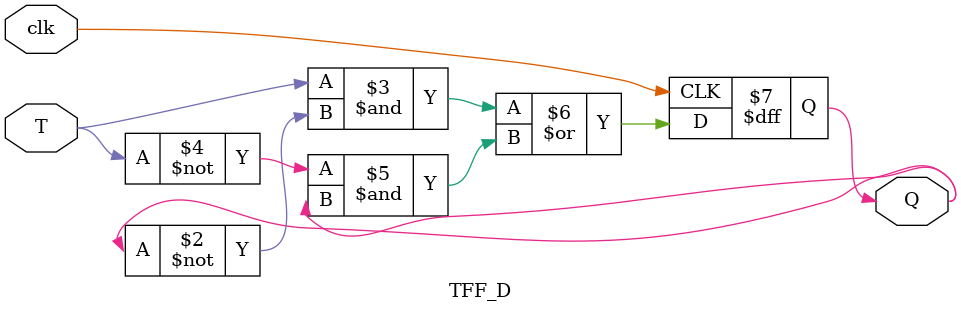
<source format=v>
module TFF_D(T, clk, Q);
input T, clk;
output reg Q;

always@(posedge clk)
Q<= (T&(~Q))|((~T)&Q);

endmodule 
</source>
